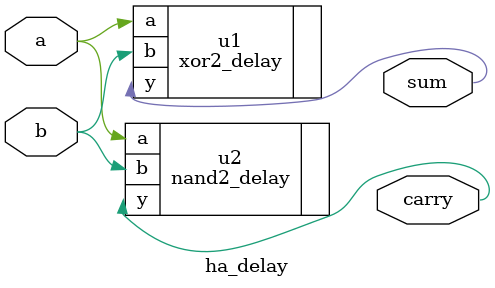
<source format=sv>
module ha_delay (
	input logic a, 
	input logic b, 
	output logic sum, 
	output logic carry ); 

// Instantiate the XOR gate, unit u1, for the sum 
xor2_delay u1 (
	.a(a), 
	.b(b), 
	.y(sum)
	); 

// Instantiate the AND gate, unit u2, for the carry 
nand2_delay u2 (
	.a(a), 
	.b(b), 
	.y(carry)
	); 

endmodule

</source>
